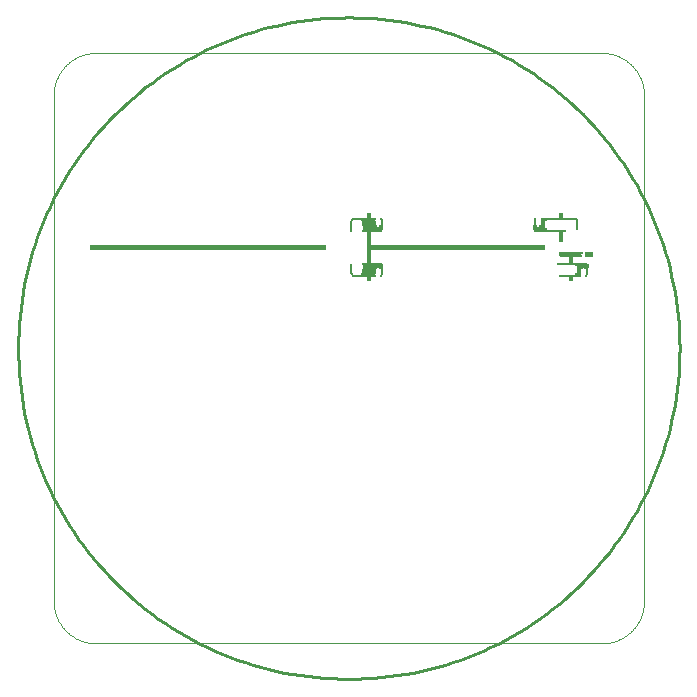
<source format=gbo>
G75*
%MOIN*%
%OFA0B0*%
%FSLAX25Y25*%
%IPPOS*%
%LPD*%
%AMOC8*
5,1,8,0,0,1.08239X$1,22.5*
%
%ADD10C,0.00000*%
%ADD11C,0.01000*%
%ADD12R,0.01500X0.00500*%
%ADD13R,0.00500X0.00500*%
%ADD14R,0.07500X0.00500*%
%ADD15R,0.08000X0.00500*%
%ADD16R,0.01000X0.00500*%
%ADD17R,0.02000X0.00500*%
%ADD18R,0.05000X0.00500*%
%ADD19R,0.04500X0.00500*%
%ADD20R,0.04000X0.00500*%
%ADD21R,0.07000X0.00500*%
%ADD22R,0.10000X0.00500*%
%ADD23R,0.06500X0.00500*%
%ADD24R,0.03000X0.00500*%
%ADD25R,0.02500X0.00500*%
%ADD26R,0.59500X0.00500*%
%ADD27R,0.79000X0.00500*%
%ADD28R,0.10500X0.00500*%
%ADD29R,0.12000X0.00500*%
D10*
X0013311Y0027506D02*
X0013311Y0195966D01*
X0013315Y0196309D01*
X0013328Y0196652D01*
X0013348Y0196994D01*
X0013377Y0197336D01*
X0013414Y0197677D01*
X0013460Y0198017D01*
X0013514Y0198356D01*
X0013575Y0198693D01*
X0013645Y0199029D01*
X0013723Y0199363D01*
X0013810Y0199695D01*
X0013904Y0200025D01*
X0014006Y0200352D01*
X0014116Y0200677D01*
X0014233Y0201000D01*
X0014359Y0201319D01*
X0014492Y0201635D01*
X0014633Y0201948D01*
X0014781Y0202257D01*
X0014937Y0202563D01*
X0015100Y0202865D01*
X0015270Y0203162D01*
X0015448Y0203456D01*
X0015632Y0203745D01*
X0015824Y0204030D01*
X0016022Y0204310D01*
X0016227Y0204585D01*
X0016439Y0204855D01*
X0016657Y0205120D01*
X0016881Y0205379D01*
X0017111Y0205633D01*
X0017348Y0205881D01*
X0017591Y0206124D01*
X0017839Y0206361D01*
X0018093Y0206591D01*
X0018352Y0206815D01*
X0018617Y0207033D01*
X0018887Y0207245D01*
X0019162Y0207450D01*
X0019442Y0207648D01*
X0019727Y0207840D01*
X0020016Y0208024D01*
X0020310Y0208202D01*
X0020607Y0208372D01*
X0020909Y0208535D01*
X0021215Y0208691D01*
X0021524Y0208839D01*
X0021837Y0208980D01*
X0022153Y0209113D01*
X0022472Y0209239D01*
X0022795Y0209356D01*
X0023120Y0209466D01*
X0023447Y0209568D01*
X0023777Y0209662D01*
X0024109Y0209749D01*
X0024443Y0209827D01*
X0024779Y0209897D01*
X0025116Y0209958D01*
X0025455Y0210012D01*
X0025795Y0210058D01*
X0026136Y0210095D01*
X0026478Y0210124D01*
X0026820Y0210144D01*
X0027163Y0210157D01*
X0027506Y0210161D01*
X0195966Y0210161D01*
X0196309Y0210157D01*
X0196652Y0210144D01*
X0196994Y0210124D01*
X0197336Y0210095D01*
X0197677Y0210058D01*
X0198017Y0210012D01*
X0198356Y0209958D01*
X0198693Y0209897D01*
X0199029Y0209827D01*
X0199363Y0209749D01*
X0199695Y0209662D01*
X0200025Y0209568D01*
X0200352Y0209466D01*
X0200677Y0209356D01*
X0201000Y0209239D01*
X0201319Y0209113D01*
X0201635Y0208980D01*
X0201948Y0208839D01*
X0202257Y0208691D01*
X0202563Y0208535D01*
X0202865Y0208372D01*
X0203162Y0208202D01*
X0203456Y0208024D01*
X0203745Y0207840D01*
X0204030Y0207648D01*
X0204310Y0207450D01*
X0204585Y0207245D01*
X0204855Y0207033D01*
X0205120Y0206815D01*
X0205379Y0206591D01*
X0205633Y0206361D01*
X0205881Y0206124D01*
X0206124Y0205881D01*
X0206361Y0205633D01*
X0206591Y0205379D01*
X0206815Y0205120D01*
X0207033Y0204855D01*
X0207245Y0204585D01*
X0207450Y0204310D01*
X0207648Y0204030D01*
X0207840Y0203745D01*
X0208024Y0203456D01*
X0208202Y0203162D01*
X0208372Y0202865D01*
X0208535Y0202563D01*
X0208691Y0202257D01*
X0208839Y0201948D01*
X0208980Y0201635D01*
X0209113Y0201319D01*
X0209239Y0201000D01*
X0209356Y0200677D01*
X0209466Y0200352D01*
X0209568Y0200025D01*
X0209662Y0199695D01*
X0209749Y0199363D01*
X0209827Y0199029D01*
X0209897Y0198693D01*
X0209958Y0198356D01*
X0210012Y0198017D01*
X0210058Y0197677D01*
X0210095Y0197336D01*
X0210124Y0196994D01*
X0210144Y0196652D01*
X0210157Y0196309D01*
X0210161Y0195966D01*
X0210161Y0027506D01*
X0210157Y0027163D01*
X0210144Y0026820D01*
X0210124Y0026478D01*
X0210095Y0026136D01*
X0210058Y0025795D01*
X0210012Y0025455D01*
X0209958Y0025116D01*
X0209897Y0024779D01*
X0209827Y0024443D01*
X0209749Y0024109D01*
X0209662Y0023777D01*
X0209568Y0023447D01*
X0209466Y0023120D01*
X0209356Y0022795D01*
X0209239Y0022472D01*
X0209113Y0022153D01*
X0208980Y0021837D01*
X0208839Y0021524D01*
X0208691Y0021215D01*
X0208535Y0020909D01*
X0208372Y0020607D01*
X0208202Y0020310D01*
X0208024Y0020016D01*
X0207840Y0019727D01*
X0207648Y0019442D01*
X0207450Y0019162D01*
X0207245Y0018887D01*
X0207033Y0018617D01*
X0206815Y0018352D01*
X0206591Y0018093D01*
X0206361Y0017839D01*
X0206124Y0017591D01*
X0205881Y0017348D01*
X0205633Y0017111D01*
X0205379Y0016881D01*
X0205120Y0016657D01*
X0204855Y0016439D01*
X0204585Y0016227D01*
X0204310Y0016022D01*
X0204030Y0015824D01*
X0203745Y0015632D01*
X0203456Y0015448D01*
X0203162Y0015270D01*
X0202865Y0015100D01*
X0202563Y0014937D01*
X0202257Y0014781D01*
X0201948Y0014633D01*
X0201635Y0014492D01*
X0201319Y0014359D01*
X0201000Y0014233D01*
X0200677Y0014116D01*
X0200352Y0014006D01*
X0200025Y0013904D01*
X0199695Y0013810D01*
X0199363Y0013723D01*
X0199029Y0013645D01*
X0198693Y0013575D01*
X0198356Y0013514D01*
X0198017Y0013460D01*
X0197677Y0013414D01*
X0197336Y0013377D01*
X0196994Y0013348D01*
X0196652Y0013328D01*
X0196309Y0013315D01*
X0195966Y0013311D01*
X0027506Y0013311D01*
X0027163Y0013315D01*
X0026820Y0013328D01*
X0026478Y0013348D01*
X0026136Y0013377D01*
X0025795Y0013414D01*
X0025455Y0013460D01*
X0025116Y0013514D01*
X0024779Y0013575D01*
X0024443Y0013645D01*
X0024109Y0013723D01*
X0023777Y0013810D01*
X0023447Y0013904D01*
X0023120Y0014006D01*
X0022795Y0014116D01*
X0022472Y0014233D01*
X0022153Y0014359D01*
X0021837Y0014492D01*
X0021524Y0014633D01*
X0021215Y0014781D01*
X0020909Y0014937D01*
X0020607Y0015100D01*
X0020310Y0015270D01*
X0020016Y0015448D01*
X0019727Y0015632D01*
X0019442Y0015824D01*
X0019162Y0016022D01*
X0018887Y0016227D01*
X0018617Y0016439D01*
X0018352Y0016657D01*
X0018093Y0016881D01*
X0017839Y0017111D01*
X0017591Y0017348D01*
X0017348Y0017591D01*
X0017111Y0017839D01*
X0016881Y0018093D01*
X0016657Y0018352D01*
X0016439Y0018617D01*
X0016227Y0018887D01*
X0016022Y0019162D01*
X0015824Y0019442D01*
X0015632Y0019727D01*
X0015448Y0020016D01*
X0015270Y0020310D01*
X0015100Y0020607D01*
X0014937Y0020909D01*
X0014781Y0021215D01*
X0014633Y0021524D01*
X0014492Y0021837D01*
X0014359Y0022153D01*
X0014233Y0022472D01*
X0014116Y0022795D01*
X0014006Y0023120D01*
X0013904Y0023447D01*
X0013810Y0023777D01*
X0013723Y0024109D01*
X0013645Y0024443D01*
X0013575Y0024779D01*
X0013514Y0025116D01*
X0013460Y0025455D01*
X0013414Y0025795D01*
X0013377Y0026136D01*
X0013348Y0026478D01*
X0013328Y0026820D01*
X0013315Y0027163D01*
X0013311Y0027506D01*
D11*
X0001500Y0111736D02*
X0001533Y0114441D01*
X0001633Y0117145D01*
X0001799Y0119845D01*
X0002031Y0122541D01*
X0002329Y0125230D01*
X0002693Y0127911D01*
X0003123Y0130582D01*
X0003618Y0133242D01*
X0004178Y0135889D01*
X0004804Y0138521D01*
X0005493Y0141137D01*
X0006247Y0143736D01*
X0007064Y0146315D01*
X0007944Y0148873D01*
X0008887Y0151409D01*
X0009891Y0153921D01*
X0010957Y0156408D01*
X0012084Y0158868D01*
X0013271Y0161299D01*
X0014517Y0163701D01*
X0015821Y0166071D01*
X0017183Y0168409D01*
X0018603Y0170712D01*
X0020078Y0172980D01*
X0021609Y0175211D01*
X0023194Y0177404D01*
X0024832Y0179557D01*
X0026522Y0181669D01*
X0028264Y0183739D01*
X0030057Y0185766D01*
X0031898Y0187748D01*
X0033787Y0189685D01*
X0035724Y0191574D01*
X0037706Y0193415D01*
X0039733Y0195208D01*
X0041803Y0196950D01*
X0043915Y0198640D01*
X0046068Y0200278D01*
X0048261Y0201863D01*
X0050492Y0203394D01*
X0052760Y0204869D01*
X0055063Y0206289D01*
X0057401Y0207651D01*
X0059771Y0208955D01*
X0062173Y0210201D01*
X0064604Y0211388D01*
X0067064Y0212515D01*
X0069551Y0213581D01*
X0072063Y0214585D01*
X0074599Y0215528D01*
X0077157Y0216408D01*
X0079736Y0217225D01*
X0082335Y0217979D01*
X0084951Y0218668D01*
X0087583Y0219294D01*
X0090230Y0219854D01*
X0092890Y0220349D01*
X0095561Y0220779D01*
X0098242Y0221143D01*
X0100931Y0221441D01*
X0103627Y0221673D01*
X0106327Y0221839D01*
X0109031Y0221939D01*
X0111736Y0221972D01*
X0114441Y0221939D01*
X0117145Y0221839D01*
X0119845Y0221673D01*
X0122541Y0221441D01*
X0125230Y0221143D01*
X0127911Y0220779D01*
X0130582Y0220349D01*
X0133242Y0219854D01*
X0135889Y0219294D01*
X0138521Y0218668D01*
X0141137Y0217979D01*
X0143736Y0217225D01*
X0146315Y0216408D01*
X0148873Y0215528D01*
X0151409Y0214585D01*
X0153921Y0213581D01*
X0156408Y0212515D01*
X0158868Y0211388D01*
X0161299Y0210201D01*
X0163701Y0208955D01*
X0166071Y0207651D01*
X0168409Y0206289D01*
X0170712Y0204869D01*
X0172980Y0203394D01*
X0175211Y0201863D01*
X0177404Y0200278D01*
X0179557Y0198640D01*
X0181669Y0196950D01*
X0183739Y0195208D01*
X0185766Y0193415D01*
X0187748Y0191574D01*
X0189685Y0189685D01*
X0191574Y0187748D01*
X0193415Y0185766D01*
X0195208Y0183739D01*
X0196950Y0181669D01*
X0198640Y0179557D01*
X0200278Y0177404D01*
X0201863Y0175211D01*
X0203394Y0172980D01*
X0204869Y0170712D01*
X0206289Y0168409D01*
X0207651Y0166071D01*
X0208955Y0163701D01*
X0210201Y0161299D01*
X0211388Y0158868D01*
X0212515Y0156408D01*
X0213581Y0153921D01*
X0214585Y0151409D01*
X0215528Y0148873D01*
X0216408Y0146315D01*
X0217225Y0143736D01*
X0217979Y0141137D01*
X0218668Y0138521D01*
X0219294Y0135889D01*
X0219854Y0133242D01*
X0220349Y0130582D01*
X0220779Y0127911D01*
X0221143Y0125230D01*
X0221441Y0122541D01*
X0221673Y0119845D01*
X0221839Y0117145D01*
X0221939Y0114441D01*
X0221972Y0111736D01*
X0221939Y0109031D01*
X0221839Y0106327D01*
X0221673Y0103627D01*
X0221441Y0100931D01*
X0221143Y0098242D01*
X0220779Y0095561D01*
X0220349Y0092890D01*
X0219854Y0090230D01*
X0219294Y0087583D01*
X0218668Y0084951D01*
X0217979Y0082335D01*
X0217225Y0079736D01*
X0216408Y0077157D01*
X0215528Y0074599D01*
X0214585Y0072063D01*
X0213581Y0069551D01*
X0212515Y0067064D01*
X0211388Y0064604D01*
X0210201Y0062173D01*
X0208955Y0059771D01*
X0207651Y0057401D01*
X0206289Y0055063D01*
X0204869Y0052760D01*
X0203394Y0050492D01*
X0201863Y0048261D01*
X0200278Y0046068D01*
X0198640Y0043915D01*
X0196950Y0041803D01*
X0195208Y0039733D01*
X0193415Y0037706D01*
X0191574Y0035724D01*
X0189685Y0033787D01*
X0187748Y0031898D01*
X0185766Y0030057D01*
X0183739Y0028264D01*
X0181669Y0026522D01*
X0179557Y0024832D01*
X0177404Y0023194D01*
X0175211Y0021609D01*
X0172980Y0020078D01*
X0170712Y0018603D01*
X0168409Y0017183D01*
X0166071Y0015821D01*
X0163701Y0014517D01*
X0161299Y0013271D01*
X0158868Y0012084D01*
X0156408Y0010957D01*
X0153921Y0009891D01*
X0151409Y0008887D01*
X0148873Y0007944D01*
X0146315Y0007064D01*
X0143736Y0006247D01*
X0141137Y0005493D01*
X0138521Y0004804D01*
X0135889Y0004178D01*
X0133242Y0003618D01*
X0130582Y0003123D01*
X0127911Y0002693D01*
X0125230Y0002329D01*
X0122541Y0002031D01*
X0119845Y0001799D01*
X0117145Y0001633D01*
X0114441Y0001533D01*
X0111736Y0001500D01*
X0109031Y0001533D01*
X0106327Y0001633D01*
X0103627Y0001799D01*
X0100931Y0002031D01*
X0098242Y0002329D01*
X0095561Y0002693D01*
X0092890Y0003123D01*
X0090230Y0003618D01*
X0087583Y0004178D01*
X0084951Y0004804D01*
X0082335Y0005493D01*
X0079736Y0006247D01*
X0077157Y0007064D01*
X0074599Y0007944D01*
X0072063Y0008887D01*
X0069551Y0009891D01*
X0067064Y0010957D01*
X0064604Y0012084D01*
X0062173Y0013271D01*
X0059771Y0014517D01*
X0057401Y0015821D01*
X0055063Y0017183D01*
X0052760Y0018603D01*
X0050492Y0020078D01*
X0048261Y0021609D01*
X0046068Y0023194D01*
X0043915Y0024832D01*
X0041803Y0026522D01*
X0039733Y0028264D01*
X0037706Y0030057D01*
X0035724Y0031898D01*
X0033787Y0033787D01*
X0031898Y0035724D01*
X0030057Y0037706D01*
X0028264Y0039733D01*
X0026522Y0041803D01*
X0024832Y0043915D01*
X0023194Y0046068D01*
X0021609Y0048261D01*
X0020078Y0050492D01*
X0018603Y0052760D01*
X0017183Y0055063D01*
X0015821Y0057401D01*
X0014517Y0059771D01*
X0013271Y0062173D01*
X0012084Y0064604D01*
X0010957Y0067064D01*
X0009891Y0069551D01*
X0008887Y0072063D01*
X0007944Y0074599D01*
X0007064Y0077157D01*
X0006247Y0079736D01*
X0005493Y0082335D01*
X0004804Y0084951D01*
X0004178Y0087583D01*
X0003618Y0090230D01*
X0003123Y0092890D01*
X0002693Y0095561D01*
X0002329Y0098242D01*
X0002031Y0100931D01*
X0001799Y0103627D01*
X0001633Y0106327D01*
X0001533Y0109031D01*
X0001500Y0111736D01*
D12*
X0118413Y0134421D03*
X0118413Y0134921D03*
X0118413Y0135421D03*
X0118413Y0140421D03*
X0118413Y0140921D03*
X0118413Y0141421D03*
X0118413Y0141921D03*
X0118413Y0142421D03*
X0118413Y0142921D03*
X0118413Y0143421D03*
X0118413Y0143921D03*
X0118413Y0144421D03*
X0118413Y0146421D03*
X0118413Y0146921D03*
X0118413Y0147421D03*
X0118413Y0147921D03*
X0118413Y0148421D03*
X0118413Y0148921D03*
X0118413Y0149421D03*
X0118413Y0149921D03*
X0118413Y0150421D03*
X0122413Y0152421D03*
X0118413Y0155421D03*
X0118413Y0155921D03*
X0118413Y0156421D03*
X0122413Y0138421D03*
X0173913Y0152421D03*
X0176413Y0152921D03*
X0176413Y0153421D03*
X0176413Y0153921D03*
X0182413Y0155421D03*
X0182413Y0155921D03*
X0182413Y0156421D03*
X0182413Y0150421D03*
X0182413Y0149921D03*
X0182413Y0149421D03*
X0182413Y0148921D03*
X0182413Y0148421D03*
X0182413Y0147921D03*
X0182413Y0147421D03*
X0185913Y0141921D03*
X0185913Y0141421D03*
X0185913Y0140921D03*
X0185913Y0140421D03*
X0188413Y0137921D03*
X0188413Y0137421D03*
X0188413Y0136921D03*
X0185913Y0135421D03*
X0185913Y0134921D03*
X0185913Y0134421D03*
X0190913Y0138421D03*
D13*
X0190913Y0135921D03*
X0187913Y0151421D03*
X0187913Y0151921D03*
X0187913Y0152421D03*
X0187913Y0152921D03*
X0187913Y0153421D03*
X0187913Y0153921D03*
X0173913Y0154921D03*
X0122413Y0154921D03*
X0112413Y0153921D03*
X0112413Y0153421D03*
X0112413Y0152921D03*
X0112413Y0152421D03*
X0112413Y0151921D03*
X0112413Y0151421D03*
X0112413Y0150921D03*
X0112413Y0139421D03*
X0112413Y0138921D03*
X0112413Y0138421D03*
X0112413Y0137921D03*
X0112413Y0137421D03*
X0112413Y0136921D03*
X0122413Y0135921D03*
D14*
X0185413Y0135921D03*
X0185913Y0142421D03*
X0185413Y0142921D03*
D15*
X0185663Y0143421D03*
X0116663Y0135921D03*
X0116663Y0154921D03*
D16*
X0112663Y0154421D03*
X0122663Y0154421D03*
X0122663Y0153921D03*
X0122663Y0153421D03*
X0122663Y0152921D03*
X0122663Y0137921D03*
X0122663Y0137421D03*
X0122663Y0136921D03*
X0122663Y0136421D03*
X0112663Y0136421D03*
X0173663Y0152921D03*
X0173663Y0153421D03*
X0173663Y0153921D03*
X0173663Y0154421D03*
X0187663Y0154421D03*
X0191163Y0137921D03*
X0191163Y0137421D03*
X0191163Y0136921D03*
X0191163Y0136421D03*
D17*
X0188163Y0136421D03*
X0188663Y0138421D03*
X0176163Y0152421D03*
X0176663Y0154421D03*
D18*
X0118663Y0152421D03*
X0118163Y0154421D03*
X0118663Y0138421D03*
X0118163Y0136421D03*
D19*
X0118413Y0136921D03*
X0118413Y0137421D03*
X0118413Y0137921D03*
X0118413Y0152921D03*
X0118413Y0153421D03*
X0118413Y0153921D03*
X0175413Y0151421D03*
X0189413Y0139421D03*
D20*
X0189663Y0138921D03*
X0175163Y0151921D03*
D21*
X0119663Y0151921D03*
X0119663Y0151421D03*
X0119663Y0139421D03*
X0119663Y0138921D03*
D22*
X0186163Y0139921D03*
D23*
X0119413Y0139921D03*
X0119413Y0150921D03*
D24*
X0191663Y0143421D03*
X0191663Y0142421D03*
D25*
X0191913Y0142921D03*
D26*
X0147413Y0144921D03*
X0147413Y0145421D03*
X0147413Y0145921D03*
D27*
X0064663Y0145921D03*
X0064663Y0145421D03*
X0064663Y0144921D03*
D28*
X0178913Y0150921D03*
D29*
X0181663Y0154921D03*
M02*

</source>
